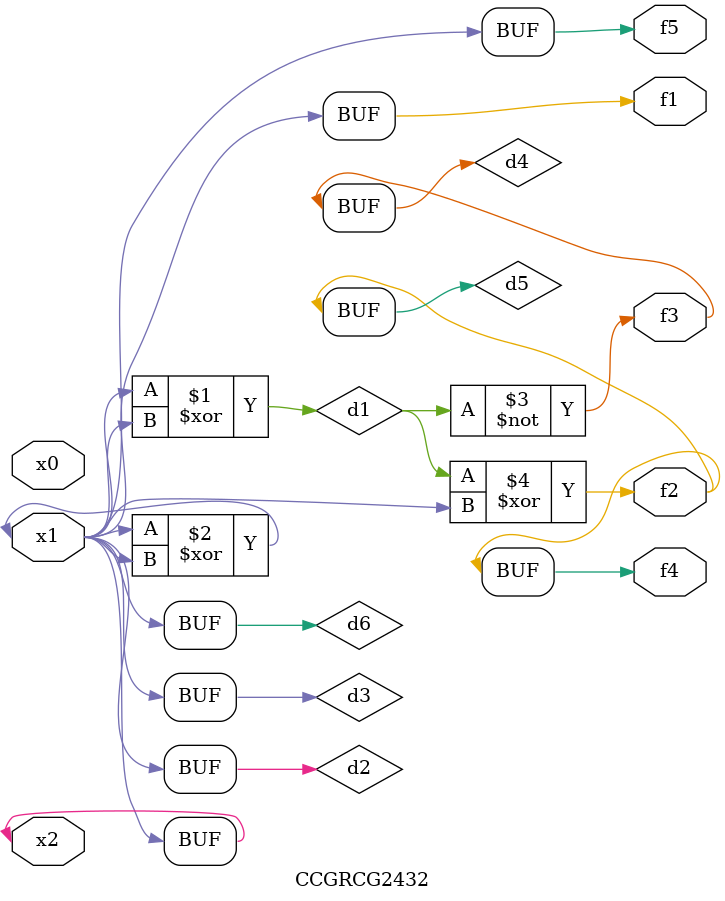
<source format=v>
module CCGRCG2432(
	input x0, x1, x2,
	output f1, f2, f3, f4, f5
);

	wire d1, d2, d3, d4, d5, d6;

	xor (d1, x1, x2);
	buf (d2, x1, x2);
	xor (d3, x1, x2);
	nor (d4, d1);
	xor (d5, d1, d2);
	buf (d6, d2, d3);
	assign f1 = d6;
	assign f2 = d5;
	assign f3 = d4;
	assign f4 = d5;
	assign f5 = d6;
endmodule

</source>
